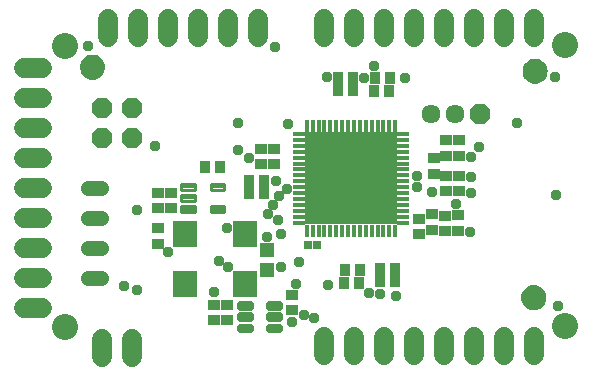
<source format=gbr>
G04 EAGLE Gerber RS-274X export*
G75*
%MOMM*%
%FSLAX34Y34*%
%LPD*%
%INSoldermask Top*%
%IPPOS*%
%AMOC8*
5,1,8,0,0,1.08239X$1,22.5*%
G01*
%ADD10C,2.203200*%
%ADD11C,0.506016*%
%ADD12C,1.311200*%
%ADD13R,0.903200X1.103200*%
%ADD14R,1.103200X0.903200*%
%ADD15R,0.401600X1.058000*%
%ADD16R,1.058000X0.401600*%
%ADD17R,7.803200X7.803200*%
%ADD18C,1.611200*%
%ADD19P,1.869504X8X22.500000*%
%ADD20C,1.727200*%
%ADD21P,1.869504X8X292.500000*%
%ADD22R,0.803200X0.803200*%
%ADD23C,0.293481*%
%ADD24R,2.003200X2.203200*%
%ADD25R,1.203200X1.303200*%
%ADD26C,0.959600*%

G36*
X186424Y342428D02*
X186424Y342428D01*
X186467Y342439D01*
X186533Y342447D01*
X188217Y342898D01*
X188258Y342917D01*
X188321Y342936D01*
X189901Y343673D01*
X189937Y343698D01*
X189996Y343728D01*
X191424Y344728D01*
X191456Y344759D01*
X191509Y344799D01*
X192742Y346031D01*
X192767Y346068D01*
X192813Y346116D01*
X193812Y347544D01*
X193831Y347584D01*
X193868Y347640D01*
X194604Y349219D01*
X194616Y349262D01*
X194642Y349323D01*
X195093Y351007D01*
X195096Y351038D01*
X195103Y351059D01*
X195103Y351075D01*
X195113Y351116D01*
X195264Y352852D01*
X195260Y352897D01*
X195264Y352963D01*
X195113Y354699D01*
X195101Y354742D01*
X195093Y354808D01*
X194642Y356492D01*
X194623Y356533D01*
X194604Y356596D01*
X193868Y358176D01*
X193842Y358212D01*
X193812Y358271D01*
X192813Y359699D01*
X192781Y359731D01*
X192742Y359784D01*
X191509Y361017D01*
X191472Y361042D01*
X191424Y361088D01*
X189996Y362087D01*
X189956Y362106D01*
X189901Y362143D01*
X188321Y362879D01*
X188278Y362891D01*
X188217Y362917D01*
X186533Y363368D01*
X186489Y363372D01*
X186424Y363388D01*
X184688Y363539D01*
X184643Y363535D01*
X184577Y363539D01*
X182841Y363388D01*
X182798Y363376D01*
X182732Y363368D01*
X181048Y362917D01*
X181008Y362898D01*
X180944Y362879D01*
X179365Y362143D01*
X179328Y362117D01*
X179269Y362087D01*
X177841Y361088D01*
X177810Y361056D01*
X177756Y361017D01*
X176524Y359784D01*
X176498Y359747D01*
X176453Y359699D01*
X175453Y358271D01*
X175434Y358231D01*
X175398Y358176D01*
X174661Y356596D01*
X174649Y356553D01*
X174623Y356492D01*
X174172Y354808D01*
X174168Y354764D01*
X174153Y354699D01*
X174001Y352963D01*
X174005Y352918D01*
X174001Y352852D01*
X174153Y351116D01*
X174164Y351073D01*
X174168Y351039D01*
X174169Y351022D01*
X174171Y351018D01*
X174172Y351007D01*
X174623Y349323D01*
X174642Y349283D01*
X174661Y349219D01*
X175398Y347640D01*
X175423Y347603D01*
X175453Y347544D01*
X176453Y346116D01*
X176484Y346085D01*
X176524Y346031D01*
X177756Y344799D01*
X177793Y344773D01*
X177841Y344728D01*
X179269Y343728D01*
X179309Y343709D01*
X179365Y343673D01*
X180944Y342936D01*
X180987Y342924D01*
X181048Y342898D01*
X182732Y342447D01*
X182777Y342443D01*
X182841Y342428D01*
X184577Y342276D01*
X184622Y342280D01*
X184688Y342276D01*
X186424Y342428D01*
G37*
G36*
X561278Y339024D02*
X561278Y339024D01*
X561321Y339036D01*
X561386Y339043D01*
X563070Y339494D01*
X563111Y339513D01*
X563174Y339532D01*
X564754Y340269D01*
X564790Y340295D01*
X564850Y340324D01*
X566277Y341324D01*
X566309Y341356D01*
X566362Y341395D01*
X567595Y342628D01*
X567620Y342664D01*
X567666Y342712D01*
X568666Y344140D01*
X568684Y344181D01*
X568721Y344236D01*
X569458Y345816D01*
X569469Y345859D01*
X569495Y345920D01*
X569947Y347603D01*
X569949Y347635D01*
X569956Y347656D01*
X569956Y347671D01*
X569966Y347712D01*
X570118Y349449D01*
X570114Y349493D01*
X570118Y349559D01*
X569966Y351296D01*
X569954Y351339D01*
X569947Y351405D01*
X569495Y353088D01*
X569476Y353129D01*
X569458Y353192D01*
X568721Y354772D01*
X568695Y354809D01*
X568666Y354868D01*
X567666Y356296D01*
X567634Y356327D01*
X567595Y356380D01*
X566362Y357613D01*
X566326Y357638D01*
X566277Y357684D01*
X564850Y358684D01*
X564809Y358702D01*
X564754Y358739D01*
X563174Y359476D01*
X563131Y359487D01*
X563070Y359514D01*
X561386Y359965D01*
X561342Y359968D01*
X561278Y359984D01*
X559541Y360136D01*
X559497Y360132D01*
X559431Y360136D01*
X557694Y359984D01*
X557651Y359972D01*
X557585Y359965D01*
X555901Y359514D01*
X555861Y359495D01*
X555798Y359476D01*
X554218Y358739D01*
X554181Y358713D01*
X554122Y358684D01*
X552694Y357684D01*
X552663Y357652D01*
X552609Y357613D01*
X551377Y356380D01*
X551351Y356344D01*
X551306Y356296D01*
X550306Y354868D01*
X550287Y354827D01*
X550251Y354772D01*
X549514Y353192D01*
X549503Y353149D01*
X549476Y353088D01*
X549025Y351405D01*
X549021Y351360D01*
X549006Y351296D01*
X548854Y349559D01*
X548858Y349515D01*
X548854Y349449D01*
X549006Y347712D01*
X549018Y347669D01*
X549021Y347635D01*
X549022Y347619D01*
X549024Y347614D01*
X549025Y347603D01*
X549476Y345920D01*
X549495Y345879D01*
X549514Y345816D01*
X550251Y344236D01*
X550277Y344199D01*
X550306Y344140D01*
X551306Y342712D01*
X551337Y342681D01*
X551377Y342628D01*
X552609Y341395D01*
X552646Y341370D01*
X552694Y341324D01*
X554122Y340324D01*
X554162Y340306D01*
X554218Y340269D01*
X555798Y339532D01*
X555841Y339521D01*
X555901Y339494D01*
X557585Y339043D01*
X557630Y339040D01*
X557694Y339024D01*
X559431Y338872D01*
X559475Y338876D01*
X559541Y338872D01*
X561278Y339024D01*
G37*
G36*
X560084Y147279D02*
X560084Y147279D01*
X560127Y147291D01*
X560193Y147299D01*
X561876Y147750D01*
X561917Y147769D01*
X561980Y147788D01*
X563560Y148524D01*
X563597Y148550D01*
X563656Y148580D01*
X565084Y149579D01*
X565115Y149611D01*
X565168Y149650D01*
X566401Y150883D01*
X566426Y150920D01*
X566472Y150968D01*
X567472Y152396D01*
X567490Y152436D01*
X567527Y152491D01*
X568264Y154071D01*
X568275Y154114D01*
X568302Y154175D01*
X568753Y155859D01*
X568755Y155890D01*
X568762Y155911D01*
X568762Y155926D01*
X568772Y155968D01*
X568924Y157704D01*
X568920Y157749D01*
X568924Y157815D01*
X568772Y159551D01*
X568760Y159594D01*
X568753Y159660D01*
X568302Y161344D01*
X568283Y161384D01*
X568264Y161448D01*
X567527Y163027D01*
X567501Y163064D01*
X567472Y163123D01*
X566472Y164551D01*
X566440Y164582D01*
X566401Y164636D01*
X565168Y165868D01*
X565132Y165894D01*
X565084Y165939D01*
X563656Y166939D01*
X563615Y166958D01*
X563560Y166994D01*
X561980Y167731D01*
X561937Y167743D01*
X561876Y167769D01*
X560193Y168220D01*
X560148Y168224D01*
X560084Y168239D01*
X558347Y168391D01*
X558303Y168387D01*
X558237Y168391D01*
X556500Y168239D01*
X556457Y168228D01*
X556391Y168220D01*
X554708Y167769D01*
X554667Y167750D01*
X554604Y167731D01*
X553024Y166994D01*
X552987Y166969D01*
X552928Y166939D01*
X551500Y165939D01*
X551469Y165908D01*
X551416Y165868D01*
X550183Y164636D01*
X550158Y164599D01*
X550112Y164551D01*
X549112Y163123D01*
X549094Y163083D01*
X549057Y163027D01*
X548320Y161448D01*
X548309Y161405D01*
X548282Y161344D01*
X547831Y159660D01*
X547828Y159615D01*
X547812Y159551D01*
X547660Y157815D01*
X547664Y157770D01*
X547660Y157704D01*
X547812Y155968D01*
X547824Y155925D01*
X547828Y155890D01*
X547828Y155874D01*
X547830Y155869D01*
X547831Y155859D01*
X548282Y154175D01*
X548301Y154134D01*
X548320Y154071D01*
X549057Y152491D01*
X549083Y152455D01*
X549112Y152396D01*
X550112Y150968D01*
X550144Y150936D01*
X550183Y150883D01*
X551416Y149650D01*
X551452Y149625D01*
X551500Y149579D01*
X552928Y148580D01*
X552969Y148561D01*
X553024Y148524D01*
X554604Y147788D01*
X554647Y147776D01*
X554708Y147750D01*
X556391Y147299D01*
X556436Y147295D01*
X556500Y147279D01*
X558237Y147128D01*
X558281Y147132D01*
X558347Y147128D01*
X560084Y147279D01*
G37*
D10*
X584860Y133579D03*
X584581Y371399D03*
X161468Y371196D03*
X161620Y133198D03*
D11*
X309608Y149263D02*
X318780Y149263D01*
X309608Y149263D02*
X309608Y152235D01*
X318780Y152235D01*
X318780Y149263D01*
X318780Y139763D02*
X309608Y139763D01*
X309608Y142735D01*
X318780Y142735D01*
X318780Y139763D01*
X318780Y130263D02*
X309608Y130263D01*
X309608Y133235D01*
X318780Y133235D01*
X318780Y130263D01*
X334508Y130263D02*
X343680Y130263D01*
X334508Y130263D02*
X334508Y133235D01*
X343680Y133235D01*
X343680Y130263D01*
X343680Y139763D02*
X334508Y139763D01*
X334508Y142735D01*
X343680Y142735D01*
X343680Y139763D01*
X343680Y149263D02*
X334508Y149263D01*
X334508Y152235D01*
X343680Y152235D01*
X343680Y149263D01*
D12*
X191722Y250952D02*
X180642Y250952D01*
X180642Y225552D02*
X191722Y225552D01*
X191722Y200152D02*
X180642Y200152D01*
X180642Y174752D02*
X191722Y174752D01*
D13*
X423624Y343637D03*
X436624Y343637D03*
X422912Y332943D03*
X435912Y332943D03*
X392483Y343992D03*
X405483Y343992D03*
X392534Y333248D03*
X405534Y333248D03*
D14*
X327152Y270614D03*
X327152Y283614D03*
X338074Y270868D03*
X338074Y283868D03*
D13*
X330096Y246126D03*
X317096Y246126D03*
X330096Y256794D03*
X317096Y256794D03*
D14*
X484353Y278056D03*
X484353Y291056D03*
X494944Y278031D03*
X494944Y291031D03*
X473558Y262791D03*
X473558Y275791D03*
X484378Y247906D03*
X484378Y260906D03*
X495122Y247932D03*
X495122Y260932D03*
X472440Y215496D03*
X472440Y228496D03*
X483362Y214226D03*
X483362Y227226D03*
X494284Y214480D03*
X494284Y227480D03*
X461010Y211432D03*
X461010Y224432D03*
D13*
X428094Y182372D03*
X441094Y182372D03*
X428094Y171704D03*
X441094Y171704D03*
X398122Y181102D03*
X411122Y181102D03*
X397614Y170434D03*
X410614Y170434D03*
D14*
X251206Y233784D03*
X251206Y246784D03*
D13*
X292758Y268478D03*
X279758Y268478D03*
D14*
X298450Y151534D03*
X298450Y138534D03*
X287528Y138534D03*
X287528Y151534D03*
X353314Y160170D03*
X353314Y147170D03*
D15*
X441106Y303100D03*
X436106Y303100D03*
X431106Y303100D03*
X426106Y303100D03*
X421106Y303100D03*
X416106Y303100D03*
X411106Y303100D03*
X406106Y303100D03*
X401106Y303100D03*
X396106Y303100D03*
X391106Y303100D03*
X386106Y303100D03*
X381106Y303100D03*
X376106Y303100D03*
X371106Y303100D03*
X366106Y303100D03*
D16*
X359332Y296326D03*
X359332Y291326D03*
X359332Y286326D03*
X359332Y281326D03*
X359332Y276326D03*
X359332Y271326D03*
X359332Y266326D03*
X359332Y261326D03*
X359332Y256326D03*
X359332Y251326D03*
X359332Y246326D03*
X359332Y241326D03*
X359332Y236326D03*
X359332Y231326D03*
X359332Y226326D03*
X359332Y221326D03*
D15*
X366106Y214552D03*
X371106Y214552D03*
X376106Y214552D03*
X381106Y214552D03*
X386106Y214552D03*
X391106Y214552D03*
X396106Y214552D03*
X401106Y214552D03*
X406106Y214552D03*
X411106Y214552D03*
X416106Y214552D03*
X421106Y214552D03*
X426106Y214552D03*
X431106Y214552D03*
X436106Y214552D03*
X441106Y214552D03*
D16*
X447880Y221326D03*
X447880Y226326D03*
X447880Y231326D03*
X447880Y236326D03*
X447880Y241326D03*
X447880Y246326D03*
X447880Y251326D03*
X447880Y256326D03*
X447880Y261326D03*
X447880Y266326D03*
X447880Y271326D03*
X447880Y276326D03*
X447880Y281326D03*
X447880Y286326D03*
X447880Y291326D03*
X447880Y296326D03*
D17*
X403606Y258826D03*
D18*
X471330Y313182D03*
X491330Y313182D03*
D19*
X513080Y313436D03*
D20*
X198120Y378460D02*
X198120Y393700D01*
X223520Y393700D02*
X223520Y378460D01*
X248920Y378460D02*
X248920Y393700D01*
X274320Y393700D02*
X274320Y378460D01*
X299720Y378460D02*
X299720Y393700D01*
X325120Y393700D02*
X325120Y378460D01*
X142240Y149352D02*
X127000Y149352D01*
X127000Y174752D02*
X142240Y174752D01*
X142240Y200152D02*
X127000Y200152D01*
X127000Y225552D02*
X142240Y225552D01*
X142240Y250952D02*
X127000Y250952D01*
X127000Y276352D02*
X142240Y276352D01*
X142240Y301752D02*
X127000Y301752D01*
X127000Y327152D02*
X142240Y327152D01*
X142240Y352552D02*
X127000Y352552D01*
D21*
X192532Y318008D03*
X217932Y318008D03*
X192532Y292608D03*
X217932Y292608D03*
D20*
X217932Y122936D02*
X217932Y107696D01*
X192532Y107696D02*
X192532Y122936D01*
D22*
X367094Y202438D03*
X375094Y202438D03*
D23*
X259981Y249317D02*
X259981Y254315D01*
X271179Y254315D01*
X271179Y249317D01*
X259981Y249317D01*
X259981Y252105D02*
X271179Y252105D01*
X285081Y235315D02*
X285081Y230317D01*
X285081Y235315D02*
X296279Y235315D01*
X296279Y230317D01*
X285081Y230317D01*
X285081Y233105D02*
X296279Y233105D01*
X259981Y239817D02*
X259981Y244815D01*
X271179Y244815D01*
X271179Y239817D01*
X259981Y239817D01*
X259981Y242605D02*
X271179Y242605D01*
X259981Y235315D02*
X259981Y230317D01*
X259981Y235315D02*
X271179Y235315D01*
X271179Y230317D01*
X259981Y230317D01*
X259981Y233105D02*
X271179Y233105D01*
X285081Y249317D02*
X285081Y254315D01*
X296279Y254315D01*
X296279Y249317D01*
X285081Y249317D01*
X285081Y252105D02*
X296279Y252105D01*
D14*
X239776Y246784D03*
X239776Y233784D03*
D20*
X380492Y378206D02*
X380492Y393446D01*
X405892Y393446D02*
X405892Y378206D01*
X431292Y378206D02*
X431292Y393446D01*
X456692Y393446D02*
X456692Y378206D01*
X482092Y378206D02*
X482092Y393446D01*
X507492Y393446D02*
X507492Y378206D01*
X532892Y378206D02*
X532892Y393446D01*
X558292Y393446D02*
X558292Y378206D01*
X380492Y124206D02*
X380492Y108966D01*
X405892Y108966D02*
X405892Y124206D01*
X431292Y124206D02*
X431292Y108966D01*
X456692Y108966D02*
X456692Y124206D01*
X482092Y124206D02*
X482092Y108966D01*
X507492Y108966D02*
X507492Y124206D01*
X532892Y124206D02*
X532892Y108966D01*
X558292Y108966D02*
X558292Y124206D01*
D24*
X313690Y211500D03*
X313690Y169500D03*
X262890Y211500D03*
X262890Y169500D03*
D14*
X239776Y216558D03*
X239776Y203558D03*
D25*
X332486Y198238D03*
X332486Y181238D03*
D26*
X423164Y353873D03*
X372694Y140564D03*
X428015Y161315D03*
X505028Y246532D03*
X512013Y285422D03*
X308026Y282600D03*
X363525Y143281D03*
X384048Y168910D03*
X383540Y344399D03*
X359664Y188239D03*
X332740Y209550D03*
X472008Y247447D03*
X248666Y196088D03*
X340451Y256553D03*
X349595Y250082D03*
X342468Y244284D03*
X337429Y236667D03*
X333019Y228676D03*
X341398Y223258D03*
X299796Y183642D03*
X222504Y164592D03*
X356616Y169037D03*
X459311Y260588D03*
X350241Y305206D03*
X317195Y275717D03*
X298962Y216404D03*
X459461Y251435D03*
X181178Y371221D03*
X237566Y285902D03*
X339598Y370332D03*
X307670Y305562D03*
X343916Y211328D03*
X343916Y183642D03*
X222504Y232410D03*
X414553Y343586D03*
X448970Y343408D03*
X504924Y260350D03*
X505460Y277114D03*
X287528Y162585D03*
X418744Y161900D03*
X441300Y159258D03*
X504698Y213614D03*
X353314Y136906D03*
X423164Y288290D03*
X373888Y289814D03*
X373634Y240538D03*
X373634Y228600D03*
X373888Y278384D03*
X386080Y228600D03*
X373888Y266192D03*
X373888Y252730D03*
X410210Y288290D03*
X398780Y289306D03*
X385826Y289560D03*
X386080Y278384D03*
X385826Y266192D03*
X385826Y252476D03*
X386080Y240284D03*
X398018Y228092D03*
X397764Y239268D03*
X397256Y252730D03*
X398272Y266446D03*
X398780Y278384D03*
X410210Y276352D03*
X409448Y265938D03*
X409448Y252222D03*
X409956Y238760D03*
X409702Y228092D03*
X422148Y227838D03*
X422148Y240030D03*
X422148Y251714D03*
X434086Y251968D03*
X434340Y240030D03*
X434340Y227838D03*
X433832Y265176D03*
X433578Y276860D03*
X422656Y276352D03*
X422402Y265684D03*
X434086Y288290D03*
X544068Y305308D03*
X577393Y244348D03*
X578917Y150622D03*
X492518Y236916D03*
X576123Y344932D03*
X292151Y189225D03*
X211074Y167640D03*
M02*

</source>
